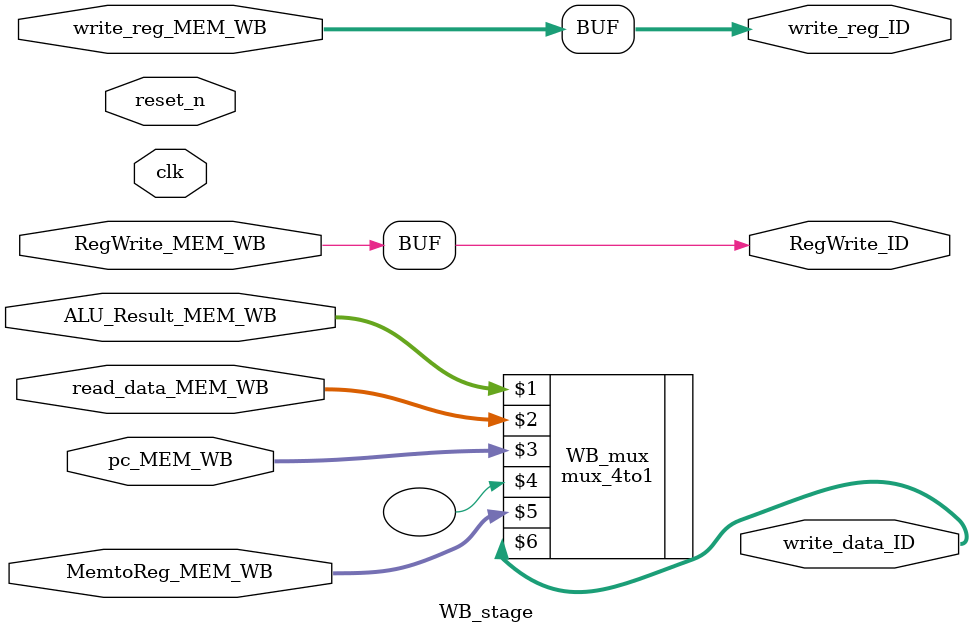
<source format=v>
module WB_stage(clk, reset_n, 
read_data_MEM_WB, ALU_Result_MEM_WB, 
MemtoReg_MEM_WB, RegWrite_MEM_WB,
write_reg_MEM_WB, pc_MEM_WB,
RegWrite_ID, write_reg_ID, write_data_ID);
	
	input clk, reset_n;
	
	input [31:0] read_data_MEM_WB;
	input [31:0] ALU_Result_MEM_WB;
	input [1:0] MemtoReg_MEM_WB;
	input RegWrite_MEM_WB;
	input [4:0] write_reg_MEM_WB;
	input [31:0] pc_MEM_WB;
	
	
	output RegWrite_ID;
	output [4:0] write_reg_ID;
	output [31:0] write_data_ID;
	
	
	mux_4to1 WB_mux(ALU_Result_MEM_WB, read_data_MEM_WB, pc_MEM_WB, ,MemtoReg_MEM_WB, write_data_ID);
	
	assign write_reg_ID = write_reg_MEM_WB;
	assign RegWrite_ID = RegWrite_MEM_WB;
	

endmodule //WB_stage
</source>
